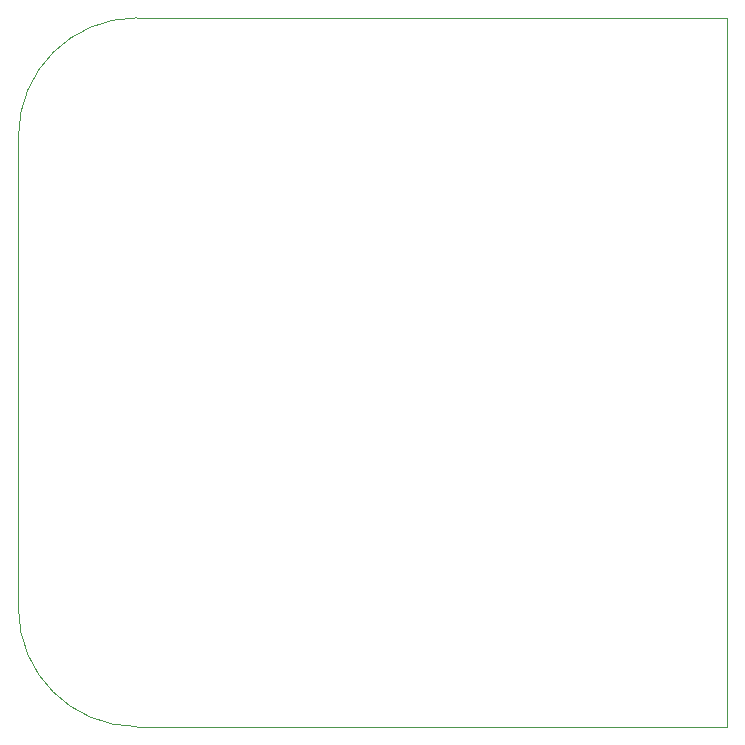
<source format=gm1>
G04 #@! TF.GenerationSoftware,KiCad,Pcbnew,5.1.5+dfsg1-2build2*
G04 #@! TF.CreationDate,2021-11-01T16:22:50+01:00*
G04 #@! TF.ProjectId,brainboard,62726169-6e62-46f6-9172-642e6b696361,rev?*
G04 #@! TF.SameCoordinates,Original*
G04 #@! TF.FileFunction,Profile,NP*
%FSLAX46Y46*%
G04 Gerber Fmt 4.6, Leading zero omitted, Abs format (unit mm)*
G04 Created by KiCad (PCBNEW 5.1.5+dfsg1-2build2) date 2021-11-01 16:22:50*
%MOMM*%
%LPD*%
G04 APERTURE LIST*
%ADD10C,0.120000*%
G04 APERTURE END LIST*
D10*
X120000000Y-120000000D02*
G75*
G02X110000000Y-110000000I0J10000000D01*
G01*
X110000000Y-70000000D02*
G75*
G02X120000000Y-60000000I10000000J0D01*
G01*
X170000000Y-60000000D02*
X120000000Y-60000000D01*
X110000000Y-110000000D02*
X110000000Y-70000000D01*
X120000000Y-120000000D02*
X170000000Y-120000000D01*
X170000000Y-60000000D02*
X170000000Y-120000000D01*
M02*

</source>
